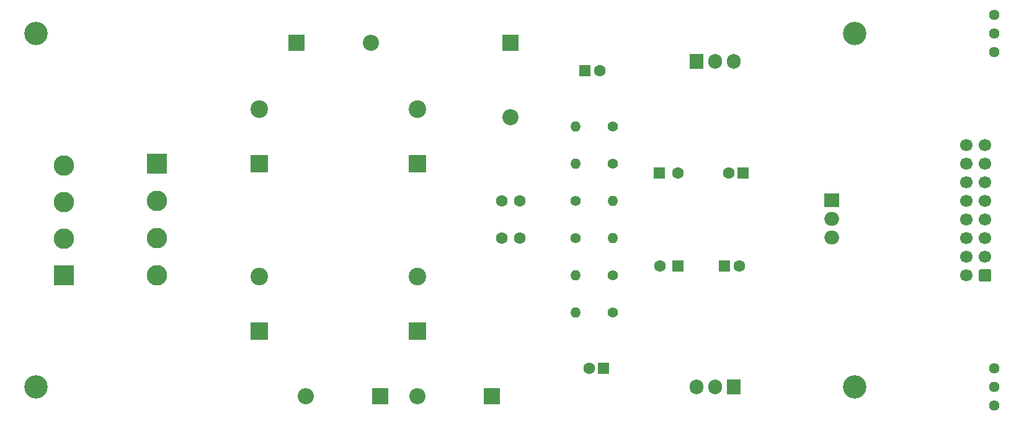
<source format=gbr>
%TF.GenerationSoftware,KiCad,Pcbnew,(5.1.10)-1*%
%TF.CreationDate,2021-09-17T22:04:39-04:00*%
%TF.ProjectId,Power Supply,506f7765-7220-4537-9570-706c792e6b69,rev?*%
%TF.SameCoordinates,Original*%
%TF.FileFunction,Soldermask,Top*%
%TF.FilePolarity,Negative*%
%FSLAX46Y46*%
G04 Gerber Fmt 4.6, Leading zero omitted, Abs format (unit mm)*
G04 Created by KiCad (PCBNEW (5.1.10)-1) date 2021-09-17 22:04:39*
%MOMM*%
%LPD*%
G01*
G04 APERTURE LIST*
%ADD10C,1.700000*%
%ADD11C,1.440000*%
%ADD12C,3.200000*%
%ADD13C,2.800000*%
%ADD14R,2.800000X2.800000*%
%ADD15R,1.600000X1.600000*%
%ADD16C,1.600000*%
%ADD17R,2.400000X2.400000*%
%ADD18C,2.400000*%
%ADD19O,2.200000X2.200000*%
%ADD20R,2.200000X2.200000*%
%ADD21C,1.400000*%
%ADD22O,1.400000X1.400000*%
%ADD23R,1.905000X2.000000*%
%ADD24O,1.905000X2.000000*%
%ADD25R,2.000000X1.905000*%
%ADD26O,2.000000X1.905000*%
G04 APERTURE END LIST*
%TO.C,J2*%
G36*
G01*
X197700000Y-92110000D02*
X197700000Y-93310000D01*
G75*
G02*
X197450000Y-93560000I-250000J0D01*
G01*
X196250000Y-93560000D01*
G75*
G02*
X196000000Y-93310000I0J250000D01*
G01*
X196000000Y-92110000D01*
G75*
G02*
X196250000Y-91860000I250000J0D01*
G01*
X197450000Y-91860000D01*
G75*
G02*
X197700000Y-92110000I0J-250000D01*
G01*
G37*
D10*
X196850000Y-90170000D03*
X196850000Y-87630000D03*
X196850000Y-85090000D03*
X196850000Y-82550000D03*
X196850000Y-80010000D03*
X196850000Y-77470000D03*
X196850000Y-74930000D03*
X194310000Y-92710000D03*
X194310000Y-90170000D03*
X194310000Y-87630000D03*
X194310000Y-85090000D03*
X194310000Y-82550000D03*
X194310000Y-80010000D03*
X194310000Y-77470000D03*
X194310000Y-74930000D03*
%TD*%
D11*
%TO.C,RV4*%
X198120000Y-57150000D03*
X198120000Y-59690000D03*
X198120000Y-62230000D03*
%TD*%
%TO.C,RV8*%
X198120000Y-105410000D03*
X198120000Y-107950000D03*
X198120000Y-110490000D03*
%TD*%
D12*
%TO.C,M3*%
X179070000Y-107950000D03*
%TD*%
%TO.C,M3*%
X179070000Y-59690000D03*
%TD*%
%TO.C,M3*%
X67310000Y-107950000D03*
%TD*%
%TO.C,M3*%
X67310000Y-59690000D03*
%TD*%
D13*
%TO.C,BR1*%
X83820000Y-92710000D03*
X83820000Y-87630000D03*
X83820000Y-82550000D03*
D14*
X83820000Y-77470000D03*
%TD*%
D15*
%TO.C,C1*%
X152400000Y-78740000D03*
D16*
X154900000Y-78740000D03*
%TD*%
%TO.C,C2*%
X130850000Y-82550000D03*
X133350000Y-82550000D03*
%TD*%
D15*
%TO.C,C3*%
X142240000Y-64770000D03*
D16*
X144240000Y-64770000D03*
%TD*%
D17*
%TO.C,C4*%
X97790000Y-77470000D03*
D18*
X97790000Y-69970000D03*
%TD*%
D17*
%TO.C,C5*%
X119380000Y-77470000D03*
D18*
X119380000Y-69970000D03*
%TD*%
%TO.C,C6*%
X97790000Y-92830000D03*
D17*
X97790000Y-100330000D03*
%TD*%
D18*
%TO.C,C7*%
X119380000Y-92830000D03*
D17*
X119380000Y-100330000D03*
%TD*%
D16*
%TO.C,C8*%
X133350000Y-87630000D03*
X130850000Y-87630000D03*
%TD*%
%TO.C,C9*%
X152440000Y-91440000D03*
D15*
X154940000Y-91440000D03*
%TD*%
D16*
%TO.C,C10*%
X142780000Y-105410000D03*
D15*
X144780000Y-105410000D03*
%TD*%
%TO.C,C11*%
X163830000Y-78740000D03*
D16*
X161830000Y-78740000D03*
%TD*%
%TO.C,C12*%
X163290000Y-91440000D03*
D15*
X161290000Y-91440000D03*
%TD*%
D19*
%TO.C,D1*%
X113030000Y-60960000D03*
D20*
X102870000Y-60960000D03*
%TD*%
%TO.C,D2*%
X132080000Y-60960000D03*
D19*
X132080000Y-71120000D03*
%TD*%
%TO.C,D3*%
X104140000Y-109220000D03*
D20*
X114300000Y-109220000D03*
%TD*%
%TO.C,D4*%
X129540000Y-109220000D03*
D19*
X119380000Y-109220000D03*
%TD*%
D14*
%TO.C,J1*%
X71120000Y-92710000D03*
D13*
X71120000Y-87710000D03*
X71120000Y-82710000D03*
X71120000Y-77710000D03*
%TD*%
D21*
%TO.C,R1*%
X146050000Y-77470000D03*
D22*
X140970000Y-77470000D03*
%TD*%
D21*
%TO.C,R2*%
X146050000Y-72390000D03*
D22*
X140970000Y-72390000D03*
%TD*%
%TO.C,R3*%
X146050000Y-82550000D03*
D21*
X140970000Y-82550000D03*
%TD*%
%TO.C,R5*%
X146050000Y-92710000D03*
D22*
X140970000Y-92710000D03*
%TD*%
%TO.C,R6*%
X140970000Y-97790000D03*
D21*
X146050000Y-97790000D03*
%TD*%
D22*
%TO.C,R7*%
X146050000Y-87630000D03*
D21*
X140970000Y-87630000D03*
%TD*%
D23*
%TO.C,U1*%
X157480000Y-63500000D03*
D24*
X160020000Y-63500000D03*
X162560000Y-63500000D03*
%TD*%
%TO.C,U2*%
X157480000Y-107950000D03*
X160020000Y-107950000D03*
D23*
X162560000Y-107950000D03*
%TD*%
D25*
%TO.C,U3*%
X175958500Y-82423000D03*
D26*
X175958500Y-84963000D03*
X175958500Y-87503000D03*
%TD*%
M02*

</source>
